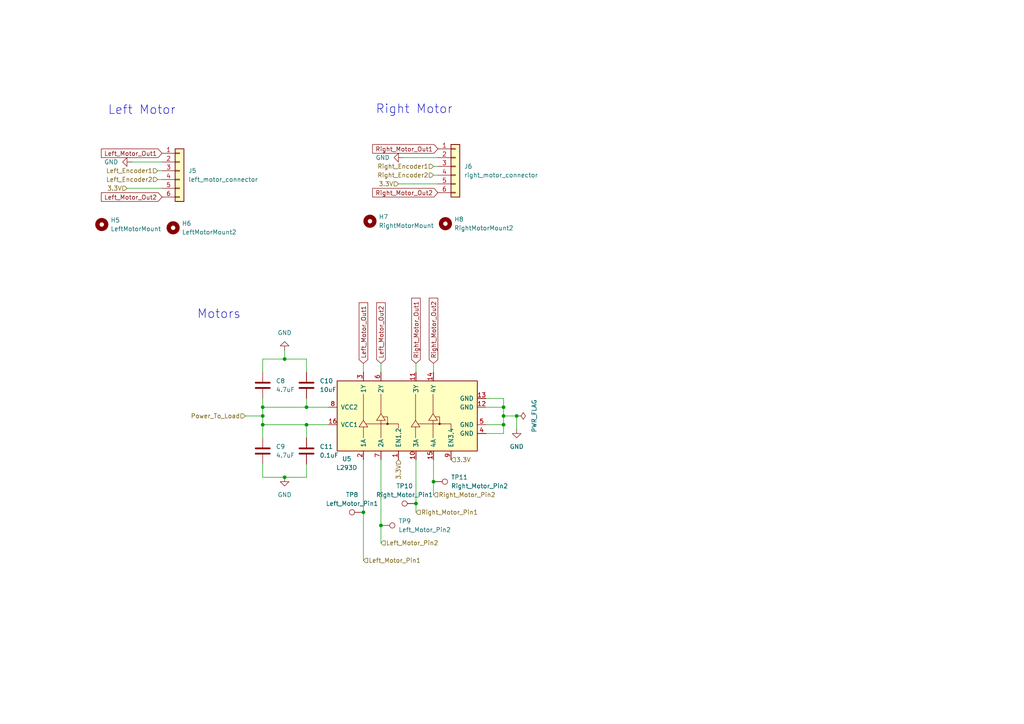
<source format=kicad_sch>
(kicad_sch (version 20231120) (generator "eeschema") (generator_version "8.0")
  (paper "A4")
  (lib_symbols
    (symbol "Connector:TestPoint" (pin_numbers hide) (pin_names (offset 0.762) hide)
      (property "Reference" "TP" (at 0 6.858 0))
      (property "Value" "TestPoint" (at 0 5.08 0))
      (symbol "TestPoint_0_1"
        (circle (center 0 3.302) (radius 0.762))
      )
      (symbol "TestPoint_1_1"
        (pin passive line (at 0 0 90) (length 2.54) (name "1") (number "1"))
      )
    )
    (symbol "Connector_Generic:Conn_01x06" (pin_names (offset 1.016) hide)
      (property "Reference" "J" (at 0 7.62 0))
      (property "Value" "Conn_01x06" (at 0 -10.16 0))
      (symbol "Conn_01x06_1_1"
        (rectangle (start -1.27 -7.493) (end 0 -7.747) (stroke (width 0.1524)))
        (rectangle (start -1.27 -4.953) (end 0 -5.207) (stroke (width 0.1524)))
        (rectangle (start -1.27 -2.413) (end 0 -2.667) (stroke (width 0.1524)))
        (rectangle (start -1.27 0.127) (end 0 -0.127) (stroke (width 0.1524)))
        (rectangle (start -1.27 2.667) (end 0 2.413) (stroke (width 0.1524)))
        (rectangle (start -1.27 5.207) (end 0 4.953) (stroke (width 0.1524)))
        (rectangle (start -1.27 6.35) (end 1.27 -8.89) (stroke (width 0.254)) (fill (type background)))
        (pin passive line (at -5.08 5.08 0) (length 3.81) (name "Pin_1") (number "1"))
        (pin passive line (at -5.08 2.54 0) (length 3.81) (name "Pin_2") (number "2"))
        (pin passive line (at -5.08 0 0) (length 3.81) (name "Pin_3") (number "3"))
        (pin passive line (at -5.08 -2.54 0) (length 3.81) (name "Pin_4") (number "4"))
        (pin passive line (at -5.08 -5.08 0) (length 3.81) (name "Pin_5") (number "5"))
        (pin passive line (at -5.08 -7.62 0) (length 3.81) (name "Pin_6") (number "6"))
      )
    )
    (symbol "Device:C" (pin_numbers hide) (pin_names (offset 0.254))
      (property "Reference" "C" (at 0.635 2.54 0))
      (property "Value" "C" (at 0.635 -2.54 0))
      (symbol "C_0_1"
        (polyline (pts (xy -2.032 -0.762) (xy 2.032 -0.762)) (stroke (width 0.508)))
        (polyline (pts (xy -2.032 0.762) (xy 2.032 0.762)) (stroke (width 0.508)))
      )
      (symbol "C_1_1"
        (pin passive line (at 0 3.81 270) (length 2.794) (name "~") (number "1"))
        (pin passive line (at 0 -3.81 90) (length 2.794) (name "~") (number "2"))
      )
    )
    (symbol "Driver_Motor:L293D" (pin_names (offset 1.016))
      (property "Reference" "U" (at -5.08 26.035 0))
      (property "Value" "L293D" (at -5.08 24.13 0))
      (symbol "L293D_0_1"
        (rectangle (start -10.16 22.86) (end 10.16 -17.78) (stroke (width 0.254)) (fill (type background)))
        (circle (center -2.286 -6.858) (radius 0.254) (fill (type outline)))
        (circle (center -2.286 8.255) (radius 0.254) (fill (type outline)))
        (polyline (pts (xy -6.35 -4.953) (xy -1.27 -4.953)))
        (polyline (pts (xy -6.35 0.127) (xy -3.175 0.127)))
        (polyline (pts (xy -6.35 10.16) (xy -1.27 10.16)))
        (polyline (pts (xy -6.35 15.24) (xy -3.175 15.24)))
        (polyline (pts (xy -1.27 0.127) (xy 6.35 0.127)))
        (polyline (pts (xy -1.27 15.24) (xy 6.35 15.24)))
        (polyline (pts (xy 0.635 -4.953) (xy 6.35 -4.953)))
        (polyline (pts (xy 0.635 10.16) (xy 6.35 10.16)))
        (polyline (pts (xy -2.286 -6.858) (xy -0.254 -6.858) (xy -0.254 -5.588)))
        (polyline (pts (xy -2.286 -0.635) (xy -2.286 -10.16) (xy -3.556 -10.16)))
        (polyline (pts (xy -2.286 8.255) (xy -0.254 8.255) (xy -0.254 9.525)))
        (polyline (pts (xy -2.286 14.478) (xy -2.286 5.08) (xy -3.556 5.08)))
        (polyline (pts (xy -3.175 1.397) (xy -3.175 -1.143) (xy -1.27 0.127) (xy -3.175 1.397)))
        (polyline (pts (xy -3.175 16.51) (xy -3.175 13.97) (xy -1.27 15.24) (xy -3.175 16.51)))
        (polyline (pts (xy -1.27 -3.683) (xy -1.27 -6.223) (xy 0.635 -4.953) (xy -1.27 -3.683)))
        (polyline (pts (xy -1.27 11.43) (xy -1.27 8.89) (xy 0.635 10.16) (xy -1.27 11.43)))
      )
      (symbol "L293D_1_1"
        (pin input line (at -12.7 5.08 0) (length 2.54) (name "EN1,2") (number "1"))
        (pin input line (at -12.7 0 0) (length 2.54) (name "3A") (number "10"))
        (pin output line (at 12.7 0 180) (length 2.54) (name "3Y") (number "11"))
        (pin power_in line (at 2.54 -20.32 90) (length 2.54) (name "GND") (number "12"))
        (pin power_in line (at 5.08 -20.32 90) (length 2.54) (name "GND") (number "13"))
        (pin output line (at 12.7 -5.08 180) (length 2.54) (name "4Y") (number "14"))
        (pin input line (at -12.7 -5.08 0) (length 2.54) (name "4A") (number "15"))
        (pin power_in line (at -2.54 25.4 270) (length 2.54) (name "VCC1") (number "16"))
        (pin input line (at -12.7 15.24 0) (length 2.54) (name "1A") (number "2"))
        (pin output line (at 12.7 15.24 180) (length 2.54) (name "1Y") (number "3"))
        (pin power_in line (at -5.08 -20.32 90) (length 2.54) (name "GND") (number "4"))
        (pin power_in line (at -2.54 -20.32 90) (length 2.54) (name "GND") (number "5"))
        (pin output line (at 12.7 10.16 180) (length 2.54) (name "2Y") (number "6"))
        (pin input line (at -12.7 10.16 0) (length 2.54) (name "2A") (number "7"))
        (pin power_in line (at 2.54 25.4 270) (length 2.54) (name "VCC2") (number "8"))
        (pin input line (at -12.7 -10.16 0) (length 2.54) (name "EN3,4") (number "9"))
      )
    )
    (symbol "Mechanical:MountingHole" (pin_names (offset 1.016)) (exclude_from_sim yes) (in_bom no)
      (property "Reference" "H" (at 0 5.08 0))
      (property "Value" "MountingHole" (at 0 3.175 0))
      (symbol "MountingHole_0_1"
        (circle (center 0 0) (radius 1.27) (stroke (width 1.27)))
      )
    )
    (symbol "power:GND" (power) (pin_numbers hide) (pin_names (offset 0) hide)
      (property "Value" "GND" (at 0 -3.81 0))
      (symbol "GND_0_1"
        (polyline (pts (xy 0 0) (xy 0 -1.27) (xy 1.27 -1.27) (xy 0 -2.54) (xy -1.27 -1.27) (xy 0 -1.27)))
      )
      (symbol "GND_1_1"
        (pin power_in line (at 0 0 270) (length 0) (name "~") (number "1"))
      )
    )
    (symbol "power:PWR_FLAG" (power) (pin_numbers hide) (pin_names (offset 0) hide)
      (property "Value" "PWR_FLAG" (at 0 3.81 0))
      (symbol "PWR_FLAG_0_0"
        (pin power_out line (at 0 0 90) (length 0) (name "~") (number "1"))
      )
      (symbol "PWR_FLAG_0_1"
        (polyline (pts (xy 0 0) (xy 0 1.27) (xy -1.016 1.905) (xy 0 2.54) (xy 1.016 1.905) (xy 0 1.27)))
      )
    )
  )
  (junction (at 76.2 123.19))
  (junction (at 146.05 123.19))
  (junction (at 105.41 148.59))
  (junction (at 125.73 139.7))
  (junction (at 149.86 120.65))
  (junction (at 146.05 120.65))
  (junction (at 82.55 138.43))
  (junction (at 88.9 123.19))
  (junction (at 120.65 146.05))
  (junction (at 110.49 152.4))
  (junction (at 76.2 118.11))
  (junction (at 88.9 118.11))
  (junction (at 146.05 118.11))
  (junction (at 76.2 120.65))
  (junction (at 82.55 104.14))
  (wire (pts (xy 116.84 45.72) (xy 127 45.72)))
  (wire (pts (xy 76.2 118.11) (xy 88.9 118.11)))
  (wire (pts (xy 125.73 48.26) (xy 127 48.26)))
  (wire (pts (xy 82.55 104.14) (xy 88.9 104.14)))
  (wire (pts (xy 120.65 148.59) (xy 120.65 146.05)))
  (wire (pts (xy 88.9 115.57) (xy 88.9 118.11)))
  (wire (pts (xy 71.12 120.65) (xy 76.2 120.65)))
  (wire (pts (xy 82.55 104.14) (xy 82.55 101.6)))
  (wire (pts (xy 76.2 127) (xy 76.2 123.19)))
  (wire (pts (xy 110.49 107.95) (xy 110.49 105.41)))
  (wire (pts (xy 146.05 118.11) (xy 146.05 120.65)))
  (wire (pts (xy 120.65 107.95) (xy 120.65 105.41)))
  (wire (pts (xy 82.55 138.43) (xy 76.2 138.43)))
  (wire (pts (xy 125.73 50.8) (xy 127 50.8)))
  (wire (pts (xy 45.72 49.53) (xy 46.99 49.53)))
  (wire (pts (xy 76.2 104.14) (xy 82.55 104.14)))
  (wire (pts (xy 36.83 54.61) (xy 46.99 54.61)))
  (wire (pts (xy 146.05 115.57) (xy 146.05 118.11)))
  (wire (pts (xy 88.9 123.19) (xy 95.25 123.19)))
  (wire (pts (xy 140.97 118.11) (xy 146.05 118.11)))
  (wire (pts (xy 76.2 115.57) (xy 76.2 118.11)))
  (wire (pts (xy 125.73 139.7) (xy 125.73 133.35)))
  (wire (pts (xy 149.86 120.65) (xy 146.05 120.65)))
  (wire (pts (xy 76.2 104.14) (xy 76.2 107.95)))
  (wire (pts (xy 110.49 152.4) (xy 110.49 157.48)))
  (wire (pts (xy 76.2 138.43) (xy 76.2 134.62)))
  (wire (pts (xy 110.49 152.4) (xy 110.49 133.35)))
  (wire (pts (xy 105.41 148.59) (xy 105.41 133.35)))
  (wire (pts (xy 120.65 146.05) (xy 120.65 133.35)))
  (wire (pts (xy 88.9 104.14) (xy 88.9 107.95)))
  (wire (pts (xy 88.9 134.62) (xy 88.9 138.43)))
  (wire (pts (xy 140.97 123.19) (xy 146.05 123.19)))
  (wire (pts (xy 125.73 105.41) (xy 125.73 107.95)))
  (wire (pts (xy 45.72 52.07) (xy 46.99 52.07)))
  (wire (pts (xy 88.9 127) (xy 88.9 123.19)))
  (wire (pts (xy 76.2 123.19) (xy 88.9 123.19)))
  (wire (pts (xy 140.97 115.57) (xy 146.05 115.57)))
  (wire (pts (xy 146.05 125.73) (xy 140.97 125.73)))
  (wire (pts (xy 88.9 118.11) (xy 95.25 118.11)))
  (wire (pts (xy 146.05 123.19) (xy 146.05 125.73)))
  (wire (pts (xy 105.41 105.41) (xy 105.41 107.95)))
  (wire (pts (xy 76.2 118.11) (xy 76.2 120.65)))
  (wire (pts (xy 38.1 46.99) (xy 46.99 46.99)))
  (wire (pts (xy 146.05 120.65) (xy 146.05 123.19)))
  (wire (pts (xy 105.41 148.59) (xy 105.41 162.56)))
  (wire (pts (xy 115.57 53.34) (xy 127 53.34)))
  (wire (pts (xy 76.2 120.65) (xy 76.2 123.19)))
  (wire (pts (xy 125.73 139.7) (xy 125.73 143.51)))
  (wire (pts (xy 82.55 138.43) (xy 88.9 138.43)))
  (wire (pts (xy 149.86 120.65) (xy 149.86 124.46)))
  (text "Left Motor" (at 41.148 32.004 0) (effects (font (size 2.54 2.54))))
  (text "Motors" (at 63.5 91.186 0) (effects (font (size 2.54 2.54))))
  (text "Right Motor" (at 120.142 31.75 0) (effects (font (size 2.54 2.54))))
  (global_label "Right_Motor_Out2" (shape input) (at 127 55.88 180) (property "Intersheetrefs" "${INTERSHEET_REFS}" (effects (hide yes))))
  (global_label "Left_Motor_Out1" (shape input) (at 105.41 105.41 90) (property "Intersheetrefs" "${INTERSHEET_REFS}" (effects (hide yes))))
  (global_label "Right_Motor_Out1" (shape input) (at 127 43.18 180) (property "Intersheetrefs" "${INTERSHEET_REFS}" (effects (hide yes))))
  (global_label "Left_Motor_Out1" (shape input) (at 46.99 44.45 180) (property "Intersheetrefs" "${INTERSHEET_REFS}" (effects (hide yes))))
  (global_label "Right_Motor_Out2" (shape input) (at 125.73 105.41 90) (property "Intersheetrefs" "${INTERSHEET_REFS}" (effects (hide yes))))
  (global_label "Right_Motor_Out1" (shape input) (at 120.65 105.41 90) (property "Intersheetrefs" "${INTERSHEET_REFS}" (effects (hide yes))))
  (global_label "Left_Motor_Out2" (shape input) (at 46.99 57.15 180) (property "Intersheetrefs" "${INTERSHEET_REFS}" (effects (hide yes))))
  (global_label "Left_Motor_Out2" (shape input) (at 110.49 105.41 90) (property "Intersheetrefs" "${INTERSHEET_REFS}" (effects (hide yes))))
  (hierarchical_label "Right_Motor_Pin2" (shape input) (at 125.73 143.51 0))
  (hierarchical_label "Left_Motor_Pin2" (shape input) (at 110.49 157.48 0))
  (hierarchical_label "3.3V" (shape input) (at 36.83 54.61 180))
  (hierarchical_label "Right_Encoder2" (shape input) (at 125.73 50.8 180))
  (hierarchical_label "Left_Motor_Pin1" (shape input) (at 105.41 162.56 0))
  (hierarchical_label "Left_Encoder1" (shape input) (at 45.72 49.53 180))
  (hierarchical_label "Power_To_Load" (shape input) (at 71.12 120.65 180))
  (hierarchical_label "3.3V" (shape input) (at 115.57 133.35 270))
  (hierarchical_label "3.3V" (shape input) (at 130.81 133.35 0))
  (hierarchical_label "Right_Encoder1" (shape input) (at 125.73 48.26 180))
  (hierarchical_label "Left_Encoder2" (shape input) (at 45.72 52.07 180))
  (hierarchical_label "3.3V" (shape input) (at 115.57 53.34 180))
  (hierarchical_label "Right_Motor_Pin1" (shape input) (at 120.65 148.59 0))
  (symbol (lib_id "Mechanical:MountingHole") (at 29.5204 65.1197 0) (unit 1) (exclude_from_sim yes) (in_bom no)
    (property "Reference" "H5" (at 32.0604 63.8496 0) (effects (justify left)))
    (property "Value" "LeftMotorMount" (at 32.0604 66.3896 0) (effects (justify left)))
    (property "Footprint" "MountingHole:MountingHole_2.2mm_M2_DIN965_Pad" (effects (hide yes)))
    (property "Description" "Mounting Hole without connection" (effects (hide yes)))
  )
  (symbol (lib_id "Connector:TestPoint") (at 120.65 146.05 90) (unit 1)
    (property "Reference" "TP10" (at 117.348 140.97 90))
    (property "Value" "Right_Motor_Pin1" (at 117.348 143.51 90))
    (property "Footprint" "TestPoint:TestPoint_THTPad_2.0x2.0mm_Drill1.0mm" (effects (hide yes)))
    (property "Description" "test point" (effects (hide yes)))
  )
  (symbol (lib_id "power:GND") (at 38.1 46.99 270) (unit 1)
    (property "Reference" "#PWR015" (effects (hide yes)))
    (property "Value" "GND" (at 34.29 46.9899 90) (effects (justify right)))
    (property "Description" "Power symbol creates a global label with name \"GND\" , ground" (effects (hide yes)))
  )
  (symbol (lib_id "Mechanical:MountingHole") (at 50.2154 66.0712 0) (unit 1) (exclude_from_sim yes) (in_bom no)
    (property "Reference" "H6" (at 52.7554 64.8011 0) (effects (justify left)))
    (property "Value" "LeftMotorMount2" (at 52.7554 67.3411 0) (effects (justify left)))
    (property "Footprint" "MountingHole:MountingHole_2.2mm_M2_DIN965_Pad" (effects (hide yes)))
    (property "Description" "Mounting Hole without connection" (effects (hide yes)))
  )
  (symbol (lib_id "power:GND") (at 82.55 101.6 180) (unit 1)
    (property "Reference" "#PWR016" (effects (hide yes)))
    (property "Value" "GND" (at 82.55 96.52 0))
    (property "Description" "Power symbol creates a global label with name \"GND\" , ground" (effects (hide yes)))
  )
  (symbol (lib_id "Mechanical:MountingHole") (at 107.3052 64.1682 0) (unit 1) (exclude_from_sim yes) (in_bom no)
    (property "Reference" "H7" (at 109.8452 62.8981 0) (effects (justify left)))
    (property "Value" "RightMotorMount" (at 109.8452 65.4381 0) (effects (justify left)))
    (property "Footprint" "MountingHole:MountingHole_2.2mm_M2_DIN965_Pad" (effects (hide yes)))
    (property "Description" "Mounting Hole without connection" (effects (hide yes)))
  )
  (symbol (lib_id "power:GND") (at 116.84 45.72 270) (unit 1)
    (property "Reference" "#PWR018" (effects (hide yes)))
    (property "Value" "GND" (at 113.03 45.7199 90) (effects (justify right)))
    (property "Description" "Power symbol creates a global label with name \"GND\" , ground" (effects (hide yes)))
  )
  (symbol (lib_id "power:PWR_FLAG") (at 149.86 120.65 270) (unit 1)
    (property "Reference" "#FLG02" (effects (hide yes)))
    (property "Value" "PWR_FLAG" (at 154.94 120.65 0))
    (property "Description" "Special symbol for telling ERC where power comes from" (effects (hide yes)))
  )
  (symbol (lib_id "Device:C") (at 88.9 111.76 0) (unit 1)
    (property "Reference" "C10" (at 92.71 110.4899 0) (effects (justify left)))
    (property "Value" "10uF" (at 92.71 113.0299 0) (effects (justify left)))
    (property "Footprint" "Capacitor_SMD:C_0805_2012Metric_Pad1.18x1.45mm_HandSolder" (effects (hide yes)))
    (property "Description" "Unpolarized capacitor" (effects (hide yes)))
  )
  (symbol (lib_id "Connector:TestPoint") (at 110.49 152.4 270) (unit 1)
    (property "Reference" "TP9" (at 115.57 151.1299 90) (effects (justify left)))
    (property "Value" "Left_Motor_Pin2" (at 115.57 153.6699 90) (effects (justify left)))
    (property "Footprint" "TestPoint:TestPoint_THTPad_2.0x2.0mm_Drill1.0mm" (effects (hide yes)))
    (property "Description" "test point" (effects (hide yes)))
  )
  (symbol (lib_id "Device:C") (at 76.2 130.81 0) (unit 1)
    (property "Reference" "C9" (at 80.01 129.5399 0) (effects (justify left)))
    (property "Value" "4.7uF" (at 80.01 132.0799 0) (effects (justify left)))
    (property "Footprint" "Capacitor_SMD:C_0805_2012Metric_Pad1.18x1.45mm_HandSolder" (effects (hide yes)))
    (property "Description" "Unpolarized capacitor" (effects (hide yes)))
  )
  (symbol (lib_id "Connector_Generic:Conn_01x06") (at 132.08 48.26 0) (unit 1)
    (property "Reference" "J6" (at 134.62 48.2599 0) (effects (justify left)))
    (property "Value" "right_motor_connector" (at 134.62 50.7999 0) (effects (justify left)))
    (property "Footprint" "Connector_JST:JST_XH_B6B-XH-A_1x06_P2.50mm_Vertical" (effects (hide yes)))
    (property "Description" "Generic connector, single row, 01x06, script generated (kicad-library-utils/schlib/autogen/connector/)" (effects (hide yes)))
  )
  (symbol (lib_id "Device:C") (at 76.2 111.76 0) (unit 1)
    (property "Reference" "C8" (at 80.01 110.4899 0) (effects (justify left)))
    (property "Value" "4.7uF" (at 80.01 113.0299 0) (effects (justify left)))
    (property "Footprint" "Capacitor_SMD:C_0805_2012Metric_Pad1.18x1.45mm_HandSolder" (effects (hide yes)))
    (property "Description" "Unpolarized capacitor" (effects (hide yes)))
  )
  (symbol (lib_id "Mechanical:MountingHole") (at 129.1896 64.8819 0) (unit 1) (exclude_from_sim yes) (in_bom no)
    (property "Reference" "H8" (at 131.7296 63.6118 0) (effects (justify left)))
    (property "Value" "RightMotorMount2" (at 131.7296 66.1518 0) (effects (justify left)))
    (property "Footprint" "MountingHole:MountingHole_2.2mm_M2_DIN965_Pad" (effects (hide yes)))
    (property "Description" "Mounting Hole without connection" (effects (hide yes)))
  )
  (symbol (lib_id "Connector:TestPoint") (at 125.73 139.7 270) (unit 1)
    (property "Reference" "TP11" (at 130.81 138.4299 90) (effects (justify left)))
    (property "Value" "Right_Motor_Pin2" (at 130.81 140.9699 90) (effects (justify left)))
    (property "Footprint" "TestPoint:TestPoint_THTPad_2.0x2.0mm_Drill1.0mm" (effects (hide yes)))
    (property "Description" "test point" (effects (hide yes)))
  )
  (symbol (lib_id "Connector:TestPoint") (at 105.41 148.59 90) (unit 1)
    (property "Reference" "TP8" (at 102.108 143.51 90))
    (property "Value" "Left_Motor_Pin1" (at 102.108 146.05 90))
    (property "Footprint" "TestPoint:TestPoint_THTPad_2.0x2.0mm_Drill1.0mm" (effects (hide yes)))
    (property "Description" "test point" (effects (hide yes)))
  )
  (symbol (lib_id "power:GND") (at 149.86 124.46 0) (unit 1)
    (property "Reference" "#PWR019" (effects (hide yes)))
    (property "Value" "GND" (at 149.86 129.54 0))
    (property "Description" "Power symbol creates a global label with name \"GND\" , ground" (effects (hide yes)))
  )
  (symbol (lib_id "Driver_Motor:L293D") (at 120.65 120.65 90) (unit 1)
    (property "Reference" "U5" (at 100.584 133.096 90))
    (property "Value" "L293D" (at 100.584 135.636 90))
    (property "Footprint" "Package_DIP:DIP-16_W7.62mm" (effects (hide yes)))
    (property "Datasheet" "http://www.ti.com/lit/ds/symlink/l293.pdf" (effects (hide yes)))
    (property "Description" "Quadruple Half-H Drivers" (effects (hide yes)))
  )
  (symbol (lib_id "power:GND") (at 82.55 138.43 0) (unit 1)
    (property "Reference" "#PWR017" (effects (hide yes)))
    (property "Value" "GND" (at 82.55 143.51 0))
    (property "Description" "Power symbol creates a global label with name \"GND\" , ground" (effects (hide yes)))
  )
  (symbol (lib_id "Connector_Generic:Conn_01x06") (at 52.07 49.53 0) (unit 1)
    (property "Reference" "J5" (at 54.61 49.5299 0) (effects (justify left)))
    (property "Value" "left_motor_connector" (at 54.61 52.0699 0) (effects (justify left)))
    (property "Footprint" "Connector_JST:JST_XH_B6B-XH-A_1x06_P2.50mm_Vertical" (effects (hide yes)))
    (property "Description" "Generic connector, single row, 01x06, script generated (kicad-library-utils/schlib/autogen/connector/)" (effects (hide yes)))
  )
  (symbol (lib_id "Device:C") (at 88.9 130.81 0) (unit 1)
    (property "Reference" "C11" (at 92.71 129.5399 0) (effects (justify left)))
    (property "Value" "0.1uF" (at 92.71 132.0799 0) (effects (justify left)))
    (property "Footprint" "Capacitor_SMD:C_0805_2012Metric_Pad1.18x1.45mm_HandSolder" (effects (hide yes)))
    (property "Description" "Unpolarized capacitor" (effects (hide yes)))
  )
)
</source>
